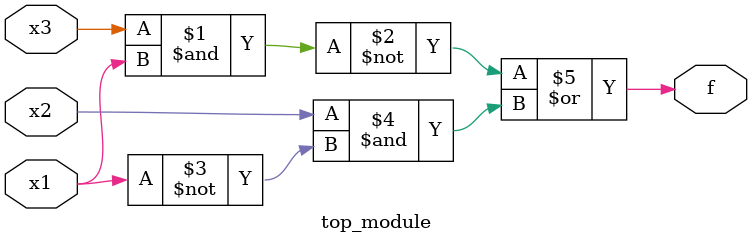
<source format=sv>
module top_module (
    input x3,
    input x2,
    input x1,
    output f
);

    assign f = ~(x3 & x1) | (x2 & ~x1);

endmodule

</source>
